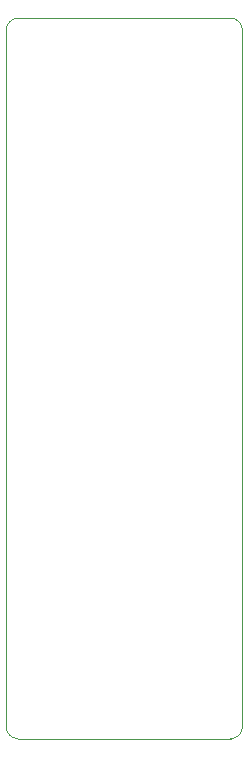
<source format=gm1>
G04 #@! TF.GenerationSoftware,KiCad,Pcbnew,(5.1.9-0-10_14)*
G04 #@! TF.CreationDate,2021-07-10T20:46:14+09:00*
G04 #@! TF.ProjectId,EB-STM32L4P5CG,45422d53-544d-4333-924c-34503543472e,V1.0*
G04 #@! TF.SameCoordinates,Original*
G04 #@! TF.FileFunction,Profile,NP*
%FSLAX46Y46*%
G04 Gerber Fmt 4.6, Leading zero omitted, Abs format (unit mm)*
G04 Created by KiCad (PCBNEW (5.1.9-0-10_14)) date 2021-07-10 20:46:14*
%MOMM*%
%LPD*%
G01*
G04 APERTURE LIST*
G04 #@! TA.AperFunction,Profile*
%ADD10C,0.050000*%
G04 #@! TD*
G04 APERTURE END LIST*
D10*
X-10000000Y13000000D02*
G75*
G02*
X-9000000Y14000000I1000000J0D01*
G01*
X9000000Y14000000D02*
G75*
G02*
X10000000Y13000000I0J-1000000D01*
G01*
X10000000Y-46000000D02*
G75*
G02*
X9000000Y-47000000I-1000000J0D01*
G01*
X-9000000Y-47000000D02*
G75*
G02*
X-10000000Y-46000000I0J1000000D01*
G01*
X-10000000Y13000000D02*
X-10000000Y-46000000D01*
X9000000Y14000000D02*
X-9000000Y14000000D01*
X10000000Y-46000000D02*
X10000000Y13000000D01*
X-9000000Y-47000000D02*
X9000000Y-47000000D01*
M02*

</source>
